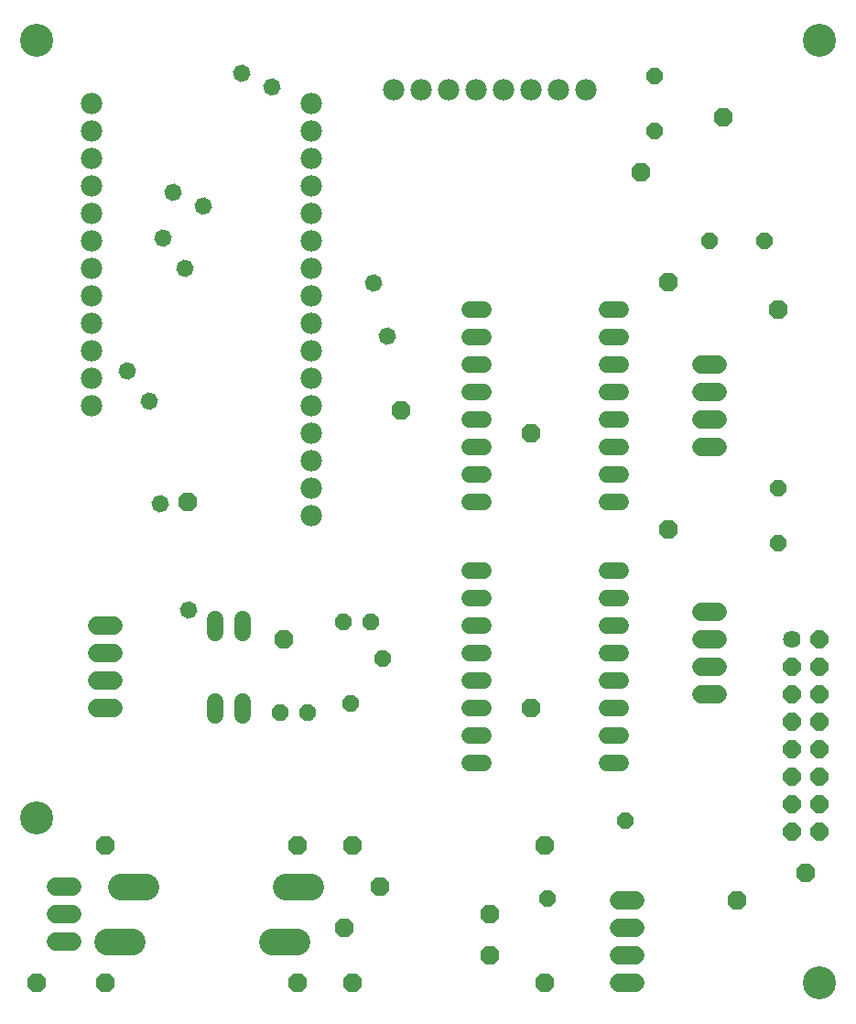
<source format=gbr>
G04 EAGLE Gerber RS-274X export*
G75*
%MOIN*%
%FSLAX34Y34*%
%LPD*%
%INSoldermask Bottom*%
%IPPOS*%
%AMOC8*
5,1,8,0,0,1.08239X$1,22.5*%
G01*
%ADD10C,0.120008*%
%ADD11C,0.068000*%
%ADD12C,0.059496*%
%ADD13C,0.078000*%
%ADD14P,0.064943X8X82.500000*%
%ADD15P,0.064943X8X97.500000*%
%ADD16P,0.064943X8X22.500000*%
%ADD17P,0.064943X8X292.500000*%
%ADD18P,0.064943X8X127.500000*%
%ADD19P,0.064943X8X112.500000*%
%ADD20P,0.073603X8X22.500000*%
%ADD21P,0.064943X8X257.500000*%
%ADD22P,0.064943X8X77.500000*%
%ADD23C,0.060000*%
%ADD24P,0.064943X8X307.500000*%
%ADD25P,0.064943X8X67.500000*%
%ADD26C,0.096500*%
%ADD27C,0.064000*%
%ADD28P,0.069273X8X292.500000*%


D10*
X30500Y36300D03*
X2000Y8000D03*
X2000Y36300D03*
X30500Y2000D03*
D11*
X4800Y15000D02*
X4200Y15000D01*
X4200Y14000D02*
X4800Y14000D01*
X4800Y13000D02*
X4200Y13000D01*
X4200Y12000D02*
X4800Y12000D01*
D12*
X17743Y26500D02*
X18257Y26500D01*
X18257Y25500D02*
X17743Y25500D01*
X17743Y24500D02*
X18257Y24500D01*
X18257Y23500D02*
X17743Y23500D01*
X17743Y22500D02*
X18257Y22500D01*
X18257Y21500D02*
X17743Y21500D01*
X17743Y20500D02*
X18257Y20500D01*
X18257Y19500D02*
X17743Y19500D01*
X22743Y19500D02*
X23257Y19500D01*
X23257Y20500D02*
X22743Y20500D01*
X22743Y21500D02*
X23257Y21500D01*
X23257Y22500D02*
X22743Y22500D01*
X22743Y23500D02*
X23257Y23500D01*
X23257Y24500D02*
X22743Y24500D01*
X22743Y25500D02*
X23257Y25500D01*
X23257Y26500D02*
X22743Y26500D01*
X18257Y17000D02*
X17743Y17000D01*
X17743Y16000D02*
X18257Y16000D01*
X18257Y15000D02*
X17743Y15000D01*
X17743Y14000D02*
X18257Y14000D01*
X18257Y13000D02*
X17743Y13000D01*
X17743Y12000D02*
X18257Y12000D01*
X18257Y11000D02*
X17743Y11000D01*
X17743Y10000D02*
X18257Y10000D01*
X22743Y10000D02*
X23257Y10000D01*
X23257Y11000D02*
X22743Y11000D01*
X22743Y12000D02*
X23257Y12000D01*
X23257Y13000D02*
X22743Y13000D01*
X22743Y14000D02*
X23257Y14000D01*
X23257Y15000D02*
X22743Y15000D01*
X22743Y16000D02*
X23257Y16000D01*
X23257Y17000D02*
X22743Y17000D01*
D13*
X12000Y19000D03*
X12000Y20000D03*
X12000Y21000D03*
X12000Y22000D03*
X12000Y23000D03*
X12000Y24000D03*
X12000Y25000D03*
X12000Y26000D03*
X12000Y27000D03*
X12000Y28000D03*
X12000Y29000D03*
X12000Y30000D03*
X12000Y31000D03*
X12000Y32000D03*
X12000Y33000D03*
X12000Y34000D03*
X4000Y34000D03*
X4000Y33000D03*
X4000Y32000D03*
X4000Y31000D03*
X4000Y30000D03*
X4000Y29000D03*
X4000Y28000D03*
X4000Y27000D03*
X4000Y26000D03*
X4000Y25000D03*
X4000Y24000D03*
X4000Y23000D03*
D14*
X8050Y30285D03*
X10550Y34615D03*
X6950Y30785D03*
X9450Y35115D03*
D15*
X5303Y24285D03*
X6597Y29115D03*
X6103Y23185D03*
X7397Y28015D03*
D16*
X26500Y29000D03*
X28500Y29000D03*
D17*
X29000Y20000D03*
X29000Y18000D03*
D18*
X14759Y25534D03*
X14241Y27466D03*
D19*
X24500Y33000D03*
X24500Y35000D03*
D11*
X3300Y5500D02*
X2700Y5500D01*
X2700Y4500D02*
X3300Y4500D01*
X3300Y3500D02*
X2700Y3500D01*
X26200Y12500D02*
X26800Y12500D01*
X26800Y13500D02*
X26200Y13500D01*
X26200Y14500D02*
X26800Y14500D01*
X26800Y15500D02*
X26200Y15500D01*
D20*
X4500Y7000D03*
X4500Y2000D03*
X11500Y7000D03*
X11500Y2000D03*
X13500Y7000D03*
X13500Y2000D03*
X20500Y7000D03*
X20500Y2000D03*
D21*
X13147Y15138D03*
X10853Y11862D03*
D22*
X11853Y11862D03*
X14147Y15138D03*
X13426Y12181D03*
X14574Y13819D03*
D23*
X8500Y12260D02*
X8500Y11740D01*
X9500Y11740D02*
X9500Y12260D01*
X9500Y14740D02*
X9500Y15260D01*
X8500Y15260D02*
X8500Y14740D01*
D24*
X6482Y19432D03*
X7518Y15568D03*
D11*
X23200Y5000D02*
X23800Y5000D01*
X23800Y4000D02*
X23200Y4000D01*
X23200Y3000D02*
X23800Y3000D01*
X23800Y2000D02*
X23200Y2000D01*
X26200Y21500D02*
X26800Y21500D01*
X26800Y22500D02*
X26200Y22500D01*
X26200Y23500D02*
X26800Y23500D01*
X26800Y24500D02*
X26200Y24500D01*
D20*
X15250Y22850D03*
X11000Y14500D03*
X13200Y4000D03*
X7500Y19500D03*
X20000Y22000D03*
X20000Y12000D03*
X24000Y31500D03*
X27000Y33500D03*
D25*
X20586Y5086D03*
X23414Y7914D03*
D20*
X14500Y5500D03*
X30000Y6000D03*
X2000Y2000D03*
X27500Y5000D03*
X18500Y4500D03*
X18500Y3000D03*
X25000Y18500D03*
X25000Y27500D03*
X29000Y26500D03*
D26*
X11943Y5500D02*
X11058Y5500D01*
X5943Y5500D02*
X5058Y5500D01*
X5443Y3500D02*
X4558Y3500D01*
X10558Y3500D02*
X11443Y3500D01*
D27*
X29500Y14500D03*
D28*
X30500Y14500D03*
X29500Y13500D03*
X30500Y13500D03*
X29500Y12500D03*
X30500Y12500D03*
X29500Y11500D03*
X30500Y11500D03*
X29500Y10500D03*
X30500Y10500D03*
X29500Y9500D03*
X30500Y9500D03*
X29500Y8500D03*
X30500Y8500D03*
X29500Y7500D03*
X30500Y7500D03*
D13*
X19000Y34500D03*
X18000Y34500D03*
X20000Y34500D03*
X21000Y34500D03*
X22000Y34500D03*
X17000Y34500D03*
X16000Y34500D03*
X15000Y34500D03*
M02*

</source>
